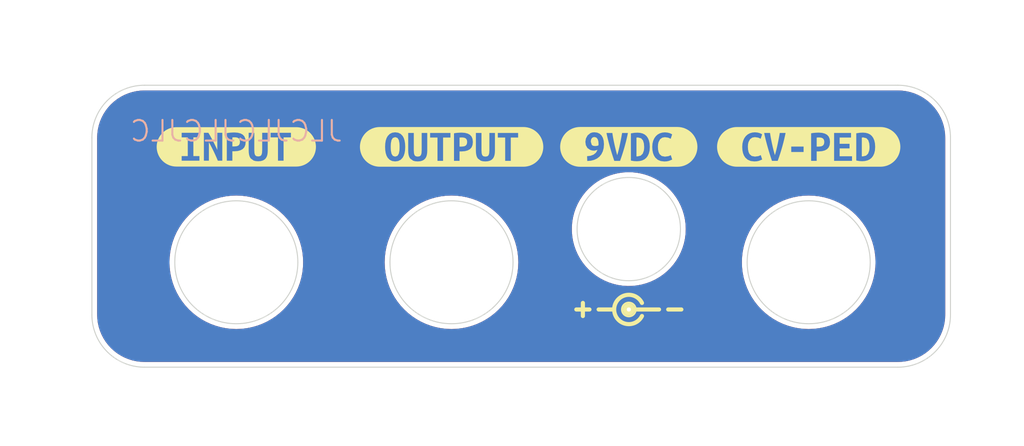
<source format=kicad_pcb>
(kicad_pcb (version 20211014) (generator pcbnew)
  (title_block (title "Phasor II Jack Panel") (date "2023-01-30") (rev "0.1") (comment 2 "creativecommons.org/licenses/by/4.0/") (comment 3 "Licinse: CC by 4.0") (comment 4 "Author: Jordan Aceto"))
  (layers (0 "F.Cu" signal) (31 "B.Cu" signal) (34 "B.Paste" user) (35 "F.Paste" user) (36 "B.SilkS" user "B.Silkscreen") (37 "F.SilkS" user "F.Silkscreen") (38 "B.Mask" user) (39 "F.Mask" user) (44 "Edge.Cuts" user))
  (net 0 "")
  (net 1 "GND")
  (footprint "kibuzzard-63AF24A5" (layer "F.Cu") (at 184.912 95.504)
    (fp_text reference "kibuzzard-63AF24A5" hide)
    (fp_text value "G***" hide)
    (fp_poly (pts (xy 1.039019 -0.912416) (xy 0.905867 -0.910233) (xy 0.772716 -0.899319) (xy 0.772716 -0.026194) (xy 0.990997 -0.026194) (xy 1.216918 -0.051842) (xy 1.379538 -0.128786) (xy 1.477764 -0.26794) (xy 1.510506 -0.480219) (xy 1.47831 -0.681583) (xy 1.381721 -0.814189) (xy 1.231652 -0.887859) (xy 1.039019 -0.912416)) (layer "F.SilkS") (width 0) (fill solid))
    (fp_poly (pts (xy 5.138341 0.916781) (xy 5.186363 0.921147) (xy 5.234385 0.921147) (xy 5.542161 0.851297) (xy 5.74298 0.659209) (xy 5.852121 0.368895) (xy 5.876677 0.192633) (xy 5.884863 0) (xy 5.858669 -0.340519) (xy 5.766991 -0.633016) (xy 5.588 -0.836017) (xy 5.295503 -0.912416) (xy 5.216922 -0.910233) (xy 5.138341 -0.899319) (xy 5.138341 0.916781)) (layer "F.SilkS") (width 0) (fill solid))
    (fp_poly (pts (xy -6.430565 -1.922727) (xy -6.229201 -0.839837) (xy -6.083498 -1.041202) (xy -5.904508 -1.200547) (xy -5.694958 -1.316236) (xy -5.45976 -1.386632) (xy -5.203825 -1.410097) (xy -4.94407 -1.386086) (xy -4.741069 -1.331516) (xy -4.59482 -1.266031) (xy -4.505325 -1.213644) (xy -4.645025 -0.785813) (xy -4.887317 -0.897136) (xy -5.212556 -0.942975) (xy -5.459214 -0.897136) (xy -5.673129 -0.744339) (xy -5.825926 -0.458391) (xy -3.553619 1.353344) (xy -3.661668 1.03247) (xy -3.776265 0.672306) (xy -3.853391 0.419343) (xy -3.927607 0.166864) (xy -3.998912 -0.08513) (xy -4.066337 -0.332273) (xy -4.128911 -0.570199) (xy -4.186634 -0.798909) (xy -4.258667 -1.104503) (xy -4.308872 -1.348978) (xy -3.74134 -1.348978) (xy 0.9779 -1.379538) (xy 1.295621 -1.356012) (xy 1.561924 -1.285434) (xy 1.77681 -1.167805) (xy 1.934457 -0.996818) (xy 2.029046 -0.766167) (xy 2.060575 -0.475853) (xy 2.028803 -0.182629) (xy 1.933487 0.050932) (xy 1.774627 0.22483) (xy 1.557558 0.344884) (xy 1.287617 0.416917) (xy 0.964803 0.440928) (xy 0.772716 0.440928) (xy 2.457847 1.353344) (xy 2.457847 -1.348978) (xy 4.094956 -1.348978) (xy 4.094956 -0.903684) (xy 2.994819 -0.903684) (xy 2.994819 -0.296863) (xy 3.950891 -0.296863) (xy 3.950891 0.148431) (xy 2.994819 0.148431) (xy 2.994819 0.90805) (xy 4.191 0.90805) (xy 4.191 1.353344) (xy 2.457847 1.353344) (xy 0.772716 0.440928) (xy 0.772716 1.353344) (xy 0.235744 1.353344) (xy 0.235744 -1.314053) (xy 0.412552 -1.344613) (xy 0.611188 -1.364258) (xy 0.807641 -1.375172) (xy 0.9779 -1.379538) (xy -3.74134 -1.348978) (xy -3.708598 -1.122511) (xy -3.662759 -0.862211) (xy -3.607643 -0.580628) (xy -3.54707 -0.290314) (xy -3.481586 0.002183) (xy -3.411736 0.290314) (xy -3.340249 0.561529) (xy -3.269853 0.803275) (xy -3.200003 0.564803) (xy -3.130153 0.29468) (xy -3.062486 0.006548) (xy -2.999184 -0.285948) (xy -2.940248 -0.576808) (xy -2.885678 -0.860028) (xy -2.837656 -1.121966) (xy -2.798365 -1.348978) (xy -2.2352 -1.348978) (xy -2.29359 -1.071761) (xy -2.363986 -0.763984) (xy -2.445841 -0.432743) (xy -2.538611 -0.08513) (xy -1.689497 -0.030559) (xy -0.493315 -0.030559) (xy -0.493315 0.497681) (xy -1.689497 0.497681) (xy -1.689497 -0.030559) (xy -2.538611 -0.08513) (xy -2.606278 0.153524) (xy -2.678311 0.395089) (xy -2.754709 0.639564) (xy -2.834261 0.882826) (xy -2.915752 1.120753) (xy -2.999184 1.353344) (xy -3.553619 1.353344) (xy -5.825926 -0.458391) (xy -5.870128 -0.257572) (xy -5.884862 -0.013097) (xy -5.867157 0.271396) (xy -5.814042 0.507868) (xy -5.725517 0.696317) (xy -5.515421 0.881311) (xy -5.203825 0.942975) (xy -4.856758 0.894953) (xy -4.636294 0.798909) (xy -4.500959 1.222375) (xy -4.808736 1.351161) (xy -5.01774 1.395363) (xy -5.256212 1.410097) (xy -5.607403 1.369351) (xy -5.898444 1.247114) (xy -6.129337 1.043384) (xy -6.261125 0.840656) (xy -6.355258 0.599182) (xy -6.411739 0.318963) (xy -6.430565 0) (xy -6.407646 -0.317599) (xy -6.338887 -0.598091) (xy -6.229201 -0.839837) (xy -6.430565 -1.922727) (xy -6.943196 -1.922727) (xy -7.131656 -1.913469) (xy -7.318301 -1.885782) (xy -7.501334 -1.839935) (xy -7.678991 -1.776368) (xy -7.849563 -1.695694) (xy -8.011406 -1.598689) (xy -8.162961 -1.486288) (xy -8.302769 -1.359573) (xy -8.429484 -1.219765) (xy -8.541885 -1.06821) (xy -8.63889 -0.906367) (xy -8.719564 -0.735796) (xy -8.783131 -0.558138) (xy -8.828978 -0.375105) (xy -8.856664 -0.18846) (xy -8.865923 0) (xy -8.856664 0.18846) (xy -8.828978 0.375105) (xy -8.783131 0.558138) (xy -8.719564 0.735796) (xy -8.63889 0.906367) (xy -8.541885 1.06821) (xy -8.429484 1.219765) (xy -8.302769 1.359573) (xy -8.162961 1.486288) (xy -8.011406 1.598689) (xy -7.849563 1.695694) (xy -7.678991 1.776368) (xy -7.501334 1.839935) (xy -7.318301 1.885782) (xy -7.131656 1.913469) (xy -6.943196 1.922727) (xy -6.430565 1.922727) (xy 6.430566 1.922727) (xy 6.430566 0) (xy 6.407101 0.347613) (xy 6.336705 0.639564) (xy 6.224836 0.879128) (xy 6.07695 1.069578) (xy 5.895231 1.213098) (xy 5.681861 1.31187) (xy 5.441206 1.369169) (xy 5.177631 1.388269) (xy 4.896049 1.372989) (xy 4.601369 1.322784) (xy 4.601369 -1.314053) (xy 4.946253 -1.366441) (xy 5.247481 -1.379538) (xy 5.502325 -1.359892) (xy 5.734249 -1.300956) (xy 5.937796 -1.200001) (xy 6.10751 -1.054298) (xy 6.24339 -0.863302) (xy 6.345436 -0.626467) (xy 6.409283 -0.339973) (xy 6.430566 0) (xy 6.430566 1.922727) (xy 6.943196 1.922727) (xy 7.131656 1.913469) (xy 7.318301 1.885782) (xy 7.501334 1.839935) (xy 7.678992 1.776368) (xy 7.849563 1.695694) (xy 8.011406 1.598689) (xy 8.162961 1.486288) (xy 8.302769 1.359573) (xy 8.429484 1.219765) (xy 8.541885 1.06821) (xy 8.63889 0.906367) (xy 8.719564 0.735796) (xy 8.783131 0.558138) (xy 8.828978 0.375105) (xy 8.856664 0.18846) (xy 8.865923 0) (xy 8.856664 -0.18846) (xy 8.828978 -0.375105) (xy 8.783131 -0.558138) (xy 8.719564 -0.735796) (xy 8.63889 -0.906367) (xy 8.541885 -1.06821) (xy 8.429484 -1.219765) (xy 8.302769 -1.359573) (xy 8.162961 -1.486288) (xy 8.011406 -1.598689) (xy 7.849563 -1.695694) (xy 7.678992 -1.776368) (xy 7.501334 -1.839935) (xy 7.318301 -1.885782) (xy 7.131656 -1.913469) (xy 6.943196 -1.922727) (xy 6.430566 -1.922727) (xy -6.430565 -1.922727)) (layer "F.SilkS") (width 0) (fill solid))
  )
  (footprint "TestPoint:TestPoint_Pad_D1.0mm" (layer "F.Cu") (at 167.513 111.252)
    (fp_text reference "TP1" hide)
    (fp_text value "dummy" hide)
    (fp_circle (center 0 0) (end 0 0.7) (layer "F.SilkS") (width 0.12) (fill none))
    (pad "1" smd circle (at 0 0) (size 1 1) (layers "F.Cu" "F.Mask") (net 1 "GND"))
  )
  (footprint "kibuzzard-63A9C836" (layer "F.Cu") (at 167.507089 95.504)
    (fp_text reference "kibuzzard-63A9C836" hide)
    (fp_text value "G***" hide)
    (fp_poly (pts (xy -4.199731 -1.927093) (xy -3.983633 -1.111052) (xy -3.715147 -1.329333) (xy -3.539431 -1.39318) (xy -3.335338 -1.414463) (xy -3.056423 -1.380508) (xy -2.825045 -1.278643) (xy -2.641203 -1.108869) (xy -2.507809 -0.878461) (xy -2.427773 -0.594695) (xy -2.401094 -0.257572) (xy -2.42947 0.112961) (xy -2.5146 0.438745) (xy -1.401366 1.357709) (xy -1.509415 1.036836) (xy -1.624013 0.676672) (xy -1.701139 0.423708) (xy -1.775354 0.17123) (xy -1.846659 -0.080764) (xy -1.914084 -0.327907) (xy -1.976658 -0.565834) (xy -2.034381 -0.794544) (xy -2.106414 -1.100138) (xy -2.156619 -1.344613) (xy -1.589088 -1.344613) (xy -1.556345 -1.118146) (xy -1.510506 -0.857845) (xy -1.45539 -0.576263) (xy -1.394817 -0.285948) (xy -1.329333 0.006548) (xy -1.259483 0.29468) (xy -1.187996 0.565894) (xy -1.1176 0.807641) (xy -1.04775 0.569168) (xy -0.9779 0.299045) (xy -0.910233 0.010914) (xy -0.846931 -0.281583) (xy -0.787995 -0.572443) (xy -0.733425 -0.855663) (xy -0.685403 -1.1176) (xy -0.646113 -1.344613) (xy -0.082947 -1.344613) (xy -0.141337 -1.067395) (xy -0.211733 -0.759619) (xy -0.293588 -0.428377) (xy -0.386358 -0.080764) (xy 0.205184 1.32715) (xy 0.205184 -1.309688) (xy 0.550069 -1.362075) (xy 0.851297 -1.375172) (xy 1.10614 -1.355527) (xy 1.338064 -1.296591) (xy 1.541611 -1.195636) (xy 1.711325 -1.049933) (xy 1.847205 -0.858937) (xy 1.949251 -0.622102) (xy 2.013099 -0.335607) (xy 2.034381 0.004366) (xy 2.010916 0.351979) (xy 1.94052 0.64393) (xy 1.828651 0.883493) (xy 1.680766 1.073944) (xy 1.499046 1.217464) (xy 1.285676 1.316236) (xy 1.045021 1.373535) (xy 0.781447 1.392634) (xy 0.499864 1.377355) (xy 0.205184 1.32715) (xy -0.386358 -0.080764) (xy -0.454025 0.15789) (xy -0.526058 0.399455) (xy -0.602456 0.64393) (xy -0.682008 0.887192) (xy -0.763499 1.125119) (xy -0.846931 1.357709) (xy -1.401366 1.357709) (xy -2.5146 0.438745) (xy -2.652663 0.7176) (xy -2.839839 0.947341) (xy -3.0734 1.127968) (xy -3.350617 1.259483) (xy -3.666579 1.339701) (xy -4.016375 1.366441) (xy -4.033838 0.903684) (xy -3.703141 0.863848) (xy -3.409553 0.75307) (xy -3.174901 0.564803) (xy -3.021013 0.292497) (xy -3.326606 0.366713) (xy -3.544888 0.349796) (xy -3.728244 0.299045) (xy -3.998913 0.113506) (xy -4.151709 -0.159345) (xy -4.199731 -0.493316) (xy -4.145161 -0.814189) (xy -3.983633 -1.111052) (xy -4.199731 -1.927093) (xy -4.712362 -1.927093) (xy -4.90125 -1.917813) (xy -5.088319 -1.890064) (xy -5.271767 -1.844113) (xy -5.449828 -1.780401) (xy -5.620787 -1.699544) (xy -5.782997 -1.602319) (xy -5.934896 -1.489663) (xy -6.075022 -1.36266) (xy -6.202024 -1.222535) (xy -6.31468 -1.070635) (xy -6.411905 -0.908425) (xy -6.492763 -0.737466) (xy -6.556474 -0.559405) (xy -6.602426 -0.375957) (xy -6.630175 -0.188888) (xy -6.639454 0) (xy -6.630175 0.188888) (xy -6.602426 0.375957) (xy -6.556474 0.559405) (xy -6.492763 0.737466) (xy -6.411905 0.908425) (xy -6.31468 1.070635) (xy -6.202024 1.222535) (xy -6.075022 1.36266) (xy 3.444478 1.414463) (xy 3.093288 1.373717) (xy 2.802246 1.251479) (xy 2.571353 1.04775) (xy 2.439566 0.845021) (xy 2.345432 0.603548) (xy 2.288952 0.323329) (xy 2.270125 0.004366) (xy 2.293044 -0.313234) (xy 2.361803 -0.593725) (xy 2.471489 -0.835471) (xy 2.617192 -1.036836) (xy 2.796183 -1.196181) (xy 3.005733 -1.31187) (xy 3.240931 -1.382266) (xy 3.496866 -1.405731) (xy 3.75662 -1.38172) (xy 3.959622 -1.32715) (xy 4.10587 -1.261666) (xy 4.195366 -1.209278) (xy 4.055666 -0.781447) (xy 3.813373 -0.89277) (xy 3.488134 -0.938609) (xy 3.241476 -0.89277) (xy 3.027561 -0.739973) (xy 2.874764 -0.454025) (xy 2.830562 -0.253206) (xy 2.815828 -0.008731) (xy 2.833533 0.275762) (xy 2.886648 0.512233) (xy 2.975173 0.700683) (xy 3.185269 0.885676) (xy 3.496866 0.947341) (xy 3.843933 0.899319) (xy 4.064397 0.803275) (xy 4.199731 1.226741) (xy 3.891955 1.355527) (xy 3.68295 1.399729) (xy 3.444478 1.414463) (xy -6.075022 1.36266) (xy -5.934896 1.489663) (xy -5.782997 1.602319) (xy -5.620787 1.699544) (xy -5.449828 1.780401) (xy -5.271767 1.844113) (xy -5.088319 1.890064) (xy -4.90125 1.917813) (xy -4.712362 1.927093) (xy -4.199731 1.927093) (xy 4.199731 1.927093) (xy 4.712361 1.927093) (xy 4.901249 1.917813) (xy 5.088319 1.890064) (xy 5.271767 1.844113) (xy 5.449828 1.780402) (xy 5.620787 1.699544) (xy 5.782997 1.602319) (xy 5.934896 1.489663) (xy 6.075022 1.36266) (xy 6.202024 1.222535) (xy 6.31468 1.070635) (xy 6.411905 0.908425) (xy 6.492763 0.737466) (xy 6.556474 0.559405) (xy 6.602426 0.375957) (xy 6.630175 0.188888) (xy 6.639454 0) (xy 6.630175 -0.188888) (xy 6.602426 -0.375957) (xy 6.556474 -0.559405) (xy 6.492763 -0.737466) (xy 6.411905 -0.908425) (xy 6.31468 -1.070635) (xy 6.202024 -1.222535) (xy 6.075022 -1.36266) (xy 5.934896 -1.489663) (xy 5.782997 -1.602319) (xy 5.620787 -1.699544) (xy 5.449828 -1.780402) (xy 5.271767 -1.844113) (xy 5.088319 -1.890064) (xy 4.901249 -1.917813) (xy 4.712361 -1.927093) (xy 4.199731 -1.927093) (xy -4.199731 -1.927093)) (layer "F.SilkS") (width 0) (fill solid))
    (fp_poly (pts (xy -3.256756 -0.078581) (xy -3.082131 -0.096044) (xy -2.9337 -0.144066) (xy -2.927152 -0.229195) (xy -2.924969 -0.327422) (xy -2.944614 -0.547886) (xy -3.010099 -0.750888) (xy -3.132336 -0.899319) (xy -3.322241 -0.956072) (xy -3.485952 -0.918964) (xy -3.595092 -0.820738) (xy -3.656211 -0.676672) (xy -3.675856 -0.502047) (xy -3.579813 -0.187722) (xy -3.451027 -0.105866) (xy -3.256756 -0.078581)) (layer "F.SilkS") (width 0) (fill solid))
    (fp_poly (pts (xy 0.742156 0.921147) (xy 0.790178 0.925513) (xy 0.8382 0.925513) (xy 1.145976 0.855663) (xy 1.346795 0.663575) (xy 1.455936 0.373261) (xy 1.480492 0.196999) (xy 1.488678 0.004366) (xy 1.462484 -0.336153) (xy 1.370806 -0.62865) (xy 1.191816 -0.831652) (xy 0.899319 -0.90805) (xy 0.820737 -0.905867) (xy 0.742156 -0.894953) (xy 0.742156 0.921147)) (layer "F.SilkS") (width 0) (fill solid))
  )
  (footprint "kibuzzard-63A9C85A" (layer "F.Cu") (at 129.54 95.504)
    (fp_text reference "kibuzzard-63A9C85A" hide)
    (fp_text value "G***" hide)
    (fp_poly (pts (xy -0.115689 -0.927695) (xy -0.24884 -0.925513) (xy -0.381992 -0.914598) (xy -0.381992 -0.041473) (xy -0.163711 -0.041473) (xy 0.062211 -0.067121) (xy 0.22483 -0.144066) (xy 0.323057 -0.28322) (xy 0.355799 -0.495498) (xy 0.323602 -0.696863) (xy 0.227013 -0.829469) (xy 0.076944 -0.903139) (xy -0.115689 -0.927695)) (layer "F.SilkS") (width 0) (fill solid))
    (fp_poly (pts (xy -5.284589 -1.907447) (xy -5.284589 -1.364258) (xy -3.568898 -1.364258) (xy -0.176807 -1.394817) (xy 0.140913 -1.371291) (xy 0.407216 -1.300714) (xy 0.622102 -1.183084) (xy 0.779749 -1.012097) (xy 0.874338 -0.781447) (xy 0.905868 -0.491133) (xy 0.874095 -0.197908) (xy 0.778779 0.035653) (xy 0.619919 0.20955) (xy 0.402851 0.329605) (xy 0.132909 0.401638) (xy -0.189904 0.425648) (xy -0.381992 0.425648) (xy -0.381992 1.338064) (xy -0.918964 1.338064) (xy -0.918964 -1.329333) (xy -0.742156 -1.359892) (xy -0.54352 -1.379538) (xy -0.347067 -1.390452) (xy -0.176807 -1.394817) (xy -3.568898 -1.364258) (xy -3.568898 -0.918964) (xy -4.153892 -0.918964) (xy -4.153892 0.89277) (xy -3.568898 0.89277) (xy -3.136701 1.338064) (xy -3.136701 -1.364258) (xy -2.704504 -1.364258) (xy -2.582267 -1.163985) (xy -2.460029 -0.947341) (xy -2.339429 -0.723057) (xy -2.222103 -0.499864) (xy -2.110779 -0.280491) (xy -2.008187 -0.067667) (xy -1.917055 0.128786) (xy -1.840111 0.299045) (xy -1.840111 -1.364258) (xy -1.355526 -1.364258) (xy -1.355526 1.338064) (xy -1.787723 1.338064) (xy -1.913599 1.038534) (xy -2.04675 0.739488) (xy -2.187178 0.440928) (xy -2.334881 0.142368) (xy -2.489861 -0.156677) (xy -2.652117 -0.456208) (xy -2.652117 1.338064) (xy -3.136701 1.338064) (xy -3.568898 0.89277) (xy -3.568898 1.338064) (xy -5.284589 1.338064) (xy -5.284589 0.89277) (xy -4.695229 0.89277) (xy -4.695229 -0.918964) (xy -5.284589 -0.918964) (xy -5.284589 -1.364258) (xy -5.284589 -1.907447) (xy -5.797219 -1.907447) (xy -5.984181 -1.898263) (xy -6.169343 -1.870796) (xy -6.350922 -1.825313) (xy -6.527167 -1.762252) (xy -6.696383 -1.682218) (xy -6.85694 -1.585985) (xy -7.007291 -1.474477) (xy -7.145988 -1.348769) (xy -7.271696 -1.210072) (xy -7.383203 -1.059721) (xy -7.479437 -0.899164) (xy -7.559471 -0.729949) (xy -7.622532 -0.553703) (xy -7.668015 -0.372125) (xy -7.695481 -0.186963) (xy -7.704666 0) (xy -7.695481 0.186963) (xy -7.668015 0.372125) (xy -7.622532 0.553703) (xy -7.559471 0.729949) (xy -7.479437 0.899164) (xy -7.383203 1.059721) (xy -7.271696 1.210072) (xy -7.145988 1.348769) (xy 2.11078 1.394817) (xy 1.870125 1.376809) (xy 1.672035 1.322784) (xy 1.390452 1.115417) (xy 1.300957 0.965895) (xy 1.242021 0.787995) (xy 1.209278 0.584994) (xy 1.198364 0.360164) (xy 1.198364 -1.364258) (xy 1.739702 -1.364258) (xy 1.739702 0.325239) (xy 1.757164 0.611188) (xy 1.8161 0.796727) (xy 1.931789 0.897136) (xy 2.119511 0.927695) (xy 2.307233 0.897136) (xy 2.425105 0.794544) (xy 2.486224 0.606822) (xy 2.503686 0.320873) (xy 2.503686 -1.364258) (xy 3.040658 -1.364258) (xy 3.040658 0.360164) (xy 3.029744 0.584994) (xy 2.997002 0.787995) (xy 2.936975 0.965895) (xy 2.844205 1.115417) (xy 2.717602 1.234926) (xy 2.556074 1.322784) (xy 2.355255 1.376809) (xy 2.11078 1.394817) (xy -7.145988 1.348769) (xy -7.007291 1.474477) (xy -6.85694 1.585985) (xy -6.696383 1.682218) (xy -6.527167 1.762252) (xy -6.350922 1.825313) (xy -6.169343 1.870796) (xy -5.984181 1.898263) (xy -5.797219 1.907447) (xy -5.284589 1.907447) (xy 5.284589 1.907447) (xy 5.284589 -0.918964) (xy 4.572993 -0.918964) (xy 4.572993 1.338064) (xy 4.031655 1.338064) (xy 4.031655 -0.918964) (xy 3.320058 -0.918964) (xy 3.320058 -1.364258) (xy 5.284589 -1.364258) (xy 5.284589 -0.918964) (xy 5.284589 1.907447) (xy 5.79722 1.907447) (xy 5.984182 1.898262) (xy 6.169344 1.870796) (xy 6.350922 1.825313) (xy 6.527168 1.762251) (xy 6.696384 1.682218) (xy 6.85694 1.585984) (xy 7.007291 1.474477) (xy 7.145988 1.348769) (xy 7.271696 1.210072) (xy 7.383204 1.059721) (xy 7.479437 0.899164) (xy 7.559471 0.729948) (xy 7.622532 0.553703) (xy 7.668015 0.372124) (xy 7.695481 0.186962) (xy 7.704666 0) (xy 7.695481 -0.186962) (xy 7.668015 -0.372124) (xy 7.622532 -0.553703) (xy 7.559471 -0.729948) (xy 7.479437 -0.899164) (xy 7.383204 -1.059721) (xy 7.271696 -1.210072) (xy 7.145988 -1.348769) (xy 7.007291 -1.474477) (xy 6.85694 -1.585984) (xy 6.696384 -1.682218) (xy 6.527168 -1.762251) (xy 6.350922 -1.825313) (xy 6.169344 -1.870796) (xy 5.984182 -1.898262) (xy 5.79722 -1.907447) (xy 5.284589 -1.907447) (xy -5.284589 -1.907447)) (layer "F.SilkS") (width 0) (fill solid))
  )
  (footprint "kibuzzard-63A9C851" (layer "F.Cu") (at 150.368 95.504)
    (fp_text reference "kibuzzard-63A9C851" hide)
    (fp_text value "G***" hide)
    (fp_poly (pts (xy 1.034653 -0.912416) (xy 0.901502 -0.910233) (xy 0.76835 -0.899319) (xy 0.76835 -0.026194) (xy 0.986631 -0.026194) (xy 1.212553 -0.051842) (xy 1.375172 -0.128786) (xy 1.473399 -0.26794) (xy 1.506141 -0.480219) (xy 1.473944 -0.681583) (xy 1.377355 -0.814189) (xy 1.227287 -0.887859) (xy 1.034653 -0.912416)) (layer "F.SilkS") (width 0) (fill solid))
    (fp_poly (pts (xy -6.434931 -1.922727) (xy -6.434931 0) (xy -6.418833 -0.327831) (xy -6.370538 -0.612825) (xy -6.290047 -0.85498) (xy -6.177359 -1.054298) (xy -5.983331 -1.251964) (xy -5.744677 -1.370564) (xy -5.461397 -1.410097) (xy -5.169385 -1.370564) (xy -4.92782 -1.251964) (xy -4.736703 -1.054298) (xy -4.627835 -0.85498) (xy -4.550072 -0.612825) (xy -4.503415 -0.327831) (xy -4.487862 0) (xy -4.503688 0.327831) (xy -4.551164 0.612825) (xy -4.097139 0.981174) (xy -4.156075 0.803275) (xy -4.188817 0.600273) (xy -4.199731 0.375444) (xy -4.199731 -1.348978) (xy -3.658394 -1.348978) (xy 0.973535 -1.379538) (xy 1.291255 -1.356012) (xy 6.434931 -1.348978) (xy 6.434931 -0.903684) (xy 5.723335 -0.903684) (xy 5.723335 1.353344) (xy 5.181997 1.353344) (xy 5.181997 -0.903684) (xy 4.4704 -0.903684) (xy 4.4704 -1.348978) (xy 6.434931 -1.348978) (xy 1.291255 -1.356012) (xy 1.557558 -1.285434) (xy 1.772444 -1.167805) (xy 1.930092 -0.996818) (xy 2.02468 -0.766167) (xy 2.05621 -0.475853) (xy 2.024438 -0.182629) (xy 1.929121 0.050932) (xy 1.770261 0.22483) (xy 1.553193 0.344884) (xy 2.451299 0.981174) (xy 2.392363 0.803275) (xy 2.359621 0.600273) (xy 2.348706 0.375444) (xy 2.348706 -1.348978) (xy 2.890044 -1.348978) (xy 2.890044 0.340519) (xy 2.907506 0.626467) (xy 2.966442 0.812006) (xy 3.082131 0.912416) (xy 3.269853 0.942975) (xy 3.457575 0.912416) (xy 3.575447 0.809823) (xy 3.636566 0.622102) (xy 3.654028 0.336153) (xy 3.654028 -1.348978) (xy 4.191 -1.348978) (xy 4.191 0.375444) (xy 4.180086 0.600273) (xy 4.147344 0.803275) (xy 4.087317 0.981174) (xy 3.994547 1.130697) (xy 3.867944 1.250206) (xy 3.706416 1.338064) (xy 3.505597 1.392089) (xy 3.261122 1.410097) (xy 3.020467 1.392089) (xy 2.822377 1.338064) (xy 2.540794 1.130697) (xy 2.451299 0.981174) (xy 1.553193 0.344884) (xy 1.283251 0.416917) (xy 0.960438 0.440928) (xy 0.76835 0.440928) (xy 0.76835 1.353344) (xy 0.231378 1.353344) (xy 0.231378 -1.314053) (xy 0.408186 -1.344613) (xy 0.606822 -1.364258) (xy 0.803275 -1.375172) (xy 0.973535 -1.379538) (xy -3.658394 -1.348978) (xy -3.658394 0.340519) (xy -3.640931 0.626467) (xy -3.581995 0.812006) (xy -3.466306 0.912416) (xy -3.278584 0.942975) (xy -3.090862 0.912416) (xy -2.97299 0.809823) (xy -2.911872 0.622102) (xy -2.894409 0.336153) (xy -2.894409 -1.348978) (xy -2.357437 -1.348978) (xy -2.078037 -0.903684) (xy -2.078037 -1.348978) (xy -0.113506 -1.348978) (xy -0.113506 -0.903684) (xy -0.825103 -0.903684) (xy -0.825103 1.353344) (xy -1.36644 1.353344) (xy -1.36644 -0.903684) (xy -2.078037 -0.903684) (xy -2.357437 -1.348978) (xy -2.357437 0.375444) (xy -2.368351 0.600273) (xy -2.401094 0.803275) (xy -2.461121 0.981174) (xy -2.55389 1.130697) (xy -2.680494 1.250206) (xy -2.842022 1.338064) (xy -3.04284 1.392089) (xy -3.287315 1.410097) (xy -3.527971 1.392089) (xy -3.726061 1.338064) (xy -4.007644 1.130697) (xy -4.097139 0.981174) (xy -4.551164 0.612825) (xy -4.630291 0.85498) (xy -4.741069 1.054298) (xy -4.933156 1.251964) (xy -5.17181 1.370564) (xy -5.457031 1.410097) (xy -5.749285 1.370564) (xy -5.991578 1.251964) (xy -6.183908 1.054298) (xy -6.29373 0.85498) (xy -6.372175 0.612825) (xy -6.419242 0.327831) (xy -6.434931 0) (xy -6.434931 -1.922727) (xy -6.947561 -1.922727) (xy -7.136021 -1.913469) (xy -7.322667 -1.885782) (xy -7.505699 -1.839935) (xy -7.683357 -1.776368) (xy -7.853929 -1.695694) (xy -8.015771 -1.598689) (xy -8.167326 -1.486288) (xy -8.307135 -1.359573) (xy -8.433849 -1.219765) (xy -8.54625 -1.06821) (xy -8.643255 -0.906367) (xy -8.723929 -0.735796) (xy -8.787496 -0.558138) (xy -8.833344 -0.375105) (xy -8.86103 -0.18846) (xy -8.870288 0) (xy -8.86103 0.18846) (xy -8.833344 0.375105) (xy -8.787496 0.558138) (xy -8.723929 0.735796) (xy -8.643255 0.906367) (xy -8.54625 1.06821) (xy -8.433849 1.219765) (xy -8.307135 1.359573) (xy -8.167326 1.486288) (xy -8.015771 1.598689) (xy -7.853929 1.695694) (xy -7.683357 1.776368) (xy -7.505699 1.839935) (xy -7.322667 1.885782) (xy -7.136021 1.913469) (xy -6.947561 1.922727) (xy -6.434931 1.922727) (xy 6.434931 1.922727) (xy 6.947562 1.922727) (xy 7.136022 1.913469) (xy 7.322667 1.885782) (xy 7.5057 1.839935) (xy 7.683357 1.776368) (xy 7.853929 1.695694) (xy 8.015771 1.598689) (xy 8.167327 1.486288) (xy 8.307135 1.359573) (xy 8.43385 1.219765) (xy 8.54625 1.06821) (xy 8.643255 0.906367) (xy 8.723929 0.735796) (xy 8.787496 0.558138) (xy 8.833344 0.375105) (xy 8.86103 0.18846) (xy 8.870288 0) (xy 8.86103 -0.18846) (xy 8.833344 -0.375105) (xy 8.787496 -0.558138) (xy 8.723929 -0.735796) (xy 8.643255 -0.906367) (xy 8.54625 -1.06821) (xy 8.43385 -1.219765) (xy 8.307135 -1.359573) (xy 8.167327 -1.486288) (xy 8.015771 -1.598689) (xy 7.853929 -1.695694) (xy 7.683357 -1.776368) (xy 7.5057 -1.839935) (xy 7.322667 -1.885782) (xy 7.136022 -1.913469) (xy 6.947562 -1.922727) (xy 6.434931 -1.922727) (xy -6.434931 -1.922727)) (layer "F.SilkS") (width 0) (fill solid))
    (fp_poly (pts (xy -5.889228 0) (xy -5.885408 0.19045) (xy -5.873948 0.368895) (xy -5.812829 0.667941) (xy -5.684044 0.868759) (xy -5.461397 0.942975) (xy -5.240933 0.868759) (xy -5.109964 0.665758) (xy -5.048845 0.366713) (xy -5.037385 0.189905) (xy -5.033565 0) (xy -5.037385 -0.19045) (xy -5.048845 -0.368895) (xy -5.109964 -0.667941) (xy -5.23875 -0.868759) (xy -5.461397 -0.942975) (xy -5.684044 -0.868759) (xy -5.812829 -0.665758) (xy -5.873948 -0.366713) (xy -5.885408 -0.189905) (xy -5.889228 0)) (layer "F.SilkS") (width 0) (fill solid))
  )
  (gr_line (start 163.068 111.887) (end 163.068 111.252) (layer "F.SilkS") (width 0.4))
  (gr_circle (center 167.513 111.252) (end 167.513 111.125) (layer "F.SilkS") (width 0.12) (fill none))
  (gr_arc (start 168.783332 111.886332) (mid 166.093098 111.252373) (end 168.782999 110.617001) (layer "F.SilkS") (width 0.4))
  (gr_line (start 167.513 111.252) (end 170.434 111.252) (layer "F.SilkS") (width 0.4))
  (gr_circle (center 167.513 111.252) (end 167.5765 110.8075) (layer "F.SilkS") (width 0.12) (fill none))
  (gr_circle (center 167.513 111.252) (end 167.5765 110.9345) (layer "F.SilkS") (width 0.12) (fill none))
  (gr_circle (center 167.513 111.252) (end 167.5765 110.871) (layer "F.SilkS") (width 0.12) (fill none))
  (gr_line (start 171.323 111.252) (end 172.593 111.252) (layer "F.SilkS") (width 0.4))
  (gr_line (start 162.433 111.252) (end 163.068 111.252) (layer "F.SilkS") (width 0.4))
  (gr_line (start 163.068 111.252) (end 163.703 111.252) (layer "F.SilkS") (width 0.4))
  (gr_circle (center 167.513 111.252) (end 167.386 110.744) (layer "F.SilkS") (width 0.12) (fill none))
  (gr_circle (center 167.513 111.252) (end 167.513 111.1885) (layer "F.SilkS") (width 0.12) (fill none))
  (gr_line (start 163.068 110.617) (end 163.068 111.252) (layer "F.SilkS") (width 0.4))
  (gr_circle (center 167.513 111.252) (end 167.513 110.998) (layer "F.SilkS") (width 0.12) (fill none))
  (gr_circle (center 167.513 111.252) (end 167.513 111.0615) (layer "F.SilkS") (width 0.12) (fill none))
  (gr_line (start 164.592 111.252) (end 166.073 111.252) (layer "F.SilkS") (width 0.4))
  (gr_circle (center 167.513 111.252) (end 167.513 110.617) (layer "F.SilkS") (width 0.12) (fill none))
  (gr_circle (center 129.54 106.68) (end 135.493 106.68) (layer "Edge.Cuts") (width 0.1) (fill none))
  (gr_arc (start 193.548 89.535) (mid 197.140102 91.022898) (end 198.628 94.615) (layer "Edge.Cuts") (width 0.1))
  (gr_arc (start 120.65 116.84) (mid 117.057898 115.352102) (end 115.57 111.76) (layer "Edge.Cuts") (width 0.1))
  (gr_circle (center 184.912 106.68) (end 190.865 106.68) (layer "Edge.Cuts") (width 0.1) (fill none))
  (gr_arc (start 198.628 111.76) (mid 197.140102 115.352102) (end 193.548 116.84) (layer "Edge.Cuts") (width 0.1))
  (gr_circle (center 167.507089 103.467309) (end 172.507089 103.467309) (layer "Edge.Cuts") (width 0.1) (fill none))
  (gr_arc (start 115.57 94.615) (mid 117.057898 91.022898) (end 120.65 89.535) (layer "Edge.Cuts") (width 0.1))
  (gr_line (start 120.65 89.535) (end 193.548 89.535) (layer "Edge.Cuts") (width 0.1))
  (gr_circle (center 150.357089 106.68) (end 156.310089 106.68) (layer "Edge.Cuts") (width 0.1) (fill none))
  (gr_line (start 115.57 94.615) (end 115.57 111.76) (layer "Edge.Cuts") (width 0.1))
  (gr_line (start 120.65 116.84) (end 193.548 116.84) (layer "Edge.Cuts") (width 0.1))
  (gr_line (start 198.628 111.76) (end 198.628 94.615) (layer "Edge.Cuts") (width 0.1))
  (gr_text "JLCJLCJLCJLC" (at 129.54 93.98) (layer "B.SilkS") (effects (font (size 2 2) (thickness 0.2)) (justify mirror)))
  (via (at 167.513 111.252) (size 0.8) (drill 0.4) (layers "F.Cu" "B.Cu") (net 1))
  (zone (net 1) (net_name "GND") (layer "F.Cu") (connect_pads (clearance 0.508)) (min_thickness 0.254) (fill yes (thermal_gap 0.508) (thermal_bridge_width 0.508) (island_removal_mode 1) (island_area_min 0))
    (polygon (pts (xy 205.74 124.46) (xy 106.68 124.46) (xy 106.68 81.28) (xy 205.74 81.28)))
  )
  (zone (net 1) (net_name "GND") (layer "B.Cu") (connect_pads (clearance 0.508)) (min_thickness 0.254) (fill yes (thermal_gap 0.508) (thermal_bridge_width 0.508) (island_removal_mode 1) (island_area_min 0))
    (polygon (pts (xy 200.66 119.38) (xy 111.76 119.38) (xy 111.76 86.36) (xy 200.66 86.36)))
  )
)
</source>
